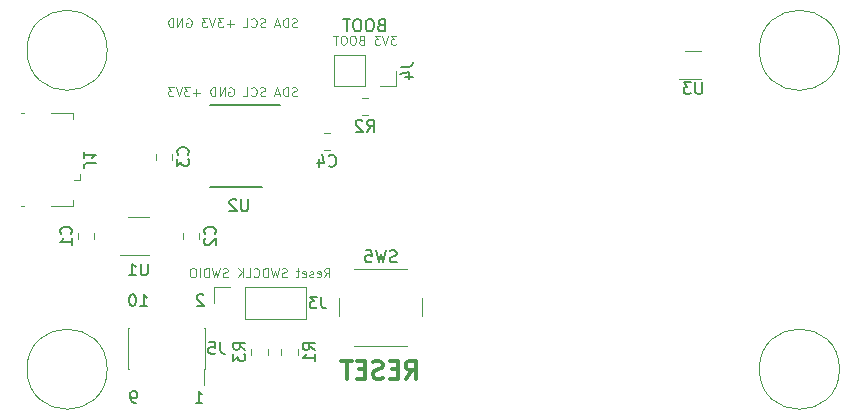
<source format=gbr>
G04 #@! TF.GenerationSoftware,KiCad,Pcbnew,(5.1.5)-3*
G04 #@! TF.CreationDate,2020-02-27T20:47:59-05:00*
G04 #@! TF.ProjectId,V-Naught_Display,562d4e61-7567-4687-945f-446973706c61,rev?*
G04 #@! TF.SameCoordinates,Original*
G04 #@! TF.FileFunction,Legend,Bot*
G04 #@! TF.FilePolarity,Positive*
%FSLAX46Y46*%
G04 Gerber Fmt 4.6, Leading zero omitted, Abs format (unit mm)*
G04 Created by KiCad (PCBNEW (5.1.5)-3) date 2020-02-27 20:47:59*
%MOMM*%
%LPD*%
G04 APERTURE LIST*
%ADD10C,0.100000*%
%ADD11C,0.120000*%
%ADD12C,0.150000*%
%ADD13C,0.300000*%
G04 APERTURE END LIST*
D10*
X118616428Y-57493571D02*
X118509285Y-57529285D01*
X118330714Y-57529285D01*
X118259285Y-57493571D01*
X118223571Y-57457857D01*
X118187857Y-57386428D01*
X118187857Y-57315000D01*
X118223571Y-57243571D01*
X118259285Y-57207857D01*
X118330714Y-57172142D01*
X118473571Y-57136428D01*
X118545000Y-57100714D01*
X118580714Y-57065000D01*
X118616428Y-56993571D01*
X118616428Y-56922142D01*
X118580714Y-56850714D01*
X118545000Y-56815000D01*
X118473571Y-56779285D01*
X118295000Y-56779285D01*
X118187857Y-56815000D01*
X117866428Y-57529285D02*
X117866428Y-56779285D01*
X117687857Y-56779285D01*
X117580714Y-56815000D01*
X117509285Y-56886428D01*
X117473571Y-56957857D01*
X117437857Y-57100714D01*
X117437857Y-57207857D01*
X117473571Y-57350714D01*
X117509285Y-57422142D01*
X117580714Y-57493571D01*
X117687857Y-57529285D01*
X117866428Y-57529285D01*
X117152142Y-57315000D02*
X116795000Y-57315000D01*
X117223571Y-57529285D02*
X116973571Y-56779285D01*
X116723571Y-57529285D01*
X115937857Y-57493571D02*
X115830714Y-57529285D01*
X115652142Y-57529285D01*
X115580714Y-57493571D01*
X115545000Y-57457857D01*
X115509285Y-57386428D01*
X115509285Y-57315000D01*
X115545000Y-57243571D01*
X115580714Y-57207857D01*
X115652142Y-57172142D01*
X115795000Y-57136428D01*
X115866428Y-57100714D01*
X115902142Y-57065000D01*
X115937857Y-56993571D01*
X115937857Y-56922142D01*
X115902142Y-56850714D01*
X115866428Y-56815000D01*
X115795000Y-56779285D01*
X115616428Y-56779285D01*
X115509285Y-56815000D01*
X114759285Y-57457857D02*
X114795000Y-57493571D01*
X114902142Y-57529285D01*
X114973571Y-57529285D01*
X115080714Y-57493571D01*
X115152142Y-57422142D01*
X115187857Y-57350714D01*
X115223571Y-57207857D01*
X115223571Y-57100714D01*
X115187857Y-56957857D01*
X115152142Y-56886428D01*
X115080714Y-56815000D01*
X114973571Y-56779285D01*
X114902142Y-56779285D01*
X114795000Y-56815000D01*
X114759285Y-56850714D01*
X114080714Y-57529285D02*
X114437857Y-57529285D01*
X114437857Y-56779285D01*
X112866428Y-56815000D02*
X112937857Y-56779285D01*
X113045000Y-56779285D01*
X113152142Y-56815000D01*
X113223571Y-56886428D01*
X113259285Y-56957857D01*
X113295000Y-57100714D01*
X113295000Y-57207857D01*
X113259285Y-57350714D01*
X113223571Y-57422142D01*
X113152142Y-57493571D01*
X113045000Y-57529285D01*
X112973571Y-57529285D01*
X112866428Y-57493571D01*
X112830714Y-57457857D01*
X112830714Y-57207857D01*
X112973571Y-57207857D01*
X112509285Y-57529285D02*
X112509285Y-56779285D01*
X112080714Y-57529285D01*
X112080714Y-56779285D01*
X111723571Y-57529285D02*
X111723571Y-56779285D01*
X111545000Y-56779285D01*
X111437857Y-56815000D01*
X111366428Y-56886428D01*
X111330714Y-56957857D01*
X111295000Y-57100714D01*
X111295000Y-57207857D01*
X111330714Y-57350714D01*
X111366428Y-57422142D01*
X111437857Y-57493571D01*
X111545000Y-57529285D01*
X111723571Y-57529285D01*
X110402142Y-57243571D02*
X109830714Y-57243571D01*
X110116428Y-57529285D02*
X110116428Y-56957857D01*
X109545000Y-56779285D02*
X109080714Y-56779285D01*
X109330714Y-57065000D01*
X109223571Y-57065000D01*
X109152142Y-57100714D01*
X109116428Y-57136428D01*
X109080714Y-57207857D01*
X109080714Y-57386428D01*
X109116428Y-57457857D01*
X109152142Y-57493571D01*
X109223571Y-57529285D01*
X109437857Y-57529285D01*
X109509285Y-57493571D01*
X109545000Y-57457857D01*
X108866428Y-56779285D02*
X108616428Y-57529285D01*
X108366428Y-56779285D01*
X108187857Y-56779285D02*
X107723571Y-56779285D01*
X107973571Y-57065000D01*
X107866428Y-57065000D01*
X107795000Y-57100714D01*
X107759285Y-57136428D01*
X107723571Y-57207857D01*
X107723571Y-57386428D01*
X107759285Y-57457857D01*
X107795000Y-57493571D01*
X107866428Y-57529285D01*
X108080714Y-57529285D01*
X108152142Y-57493571D01*
X108187857Y-57457857D01*
D11*
X164564113Y-53650000D02*
G75*
G03X164564113Y-53650000I-3394113J0D01*
G01*
X164564113Y-80650000D02*
G75*
G03X164564113Y-80650000I-3394113J0D01*
G01*
X102564113Y-80650000D02*
G75*
G03X102564113Y-80650000I-3394113J0D01*
G01*
X102564113Y-53650000D02*
G75*
G03X102564113Y-53650000I-3394113J0D01*
G01*
D12*
X110712857Y-74397619D02*
X110665238Y-74350000D01*
X110570000Y-74302380D01*
X110331904Y-74302380D01*
X110236666Y-74350000D01*
X110189047Y-74397619D01*
X110141428Y-74492857D01*
X110141428Y-74588095D01*
X110189047Y-74730952D01*
X110760476Y-75302380D01*
X110141428Y-75302380D01*
X105379523Y-75302380D02*
X105950952Y-75302380D01*
X105665238Y-75302380D02*
X105665238Y-74302380D01*
X105760476Y-74445238D01*
X105855714Y-74540476D01*
X105950952Y-74588095D01*
X104760476Y-74302380D02*
X104665238Y-74302380D01*
X104570000Y-74350000D01*
X104522380Y-74397619D01*
X104474761Y-74492857D01*
X104427142Y-74683333D01*
X104427142Y-74921428D01*
X104474761Y-75111904D01*
X104522380Y-75207142D01*
X104570000Y-75254761D01*
X104665238Y-75302380D01*
X104760476Y-75302380D01*
X104855714Y-75254761D01*
X104903333Y-75207142D01*
X104950952Y-75111904D01*
X104998571Y-74921428D01*
X104998571Y-74683333D01*
X104950952Y-74492857D01*
X104903333Y-74397619D01*
X104855714Y-74350000D01*
X104760476Y-74302380D01*
X110046190Y-83502380D02*
X110617619Y-83502380D01*
X110331904Y-83502380D02*
X110331904Y-82502380D01*
X110427142Y-82645238D01*
X110522380Y-82740476D01*
X110617619Y-82788095D01*
X104998571Y-83502380D02*
X104808095Y-83502380D01*
X104712857Y-83454761D01*
X104665238Y-83407142D01*
X104570000Y-83264285D01*
X104522380Y-83073809D01*
X104522380Y-82692857D01*
X104570000Y-82597619D01*
X104617619Y-82550000D01*
X104712857Y-82502380D01*
X104903333Y-82502380D01*
X104998571Y-82550000D01*
X105046190Y-82597619D01*
X105093809Y-82692857D01*
X105093809Y-82930952D01*
X105046190Y-83026190D01*
X104998571Y-83073809D01*
X104903333Y-83121428D01*
X104712857Y-83121428D01*
X104617619Y-83073809D01*
X104570000Y-83026190D01*
X104522380Y-82930952D01*
D10*
X118616428Y-51651571D02*
X118509285Y-51687285D01*
X118330714Y-51687285D01*
X118259285Y-51651571D01*
X118223571Y-51615857D01*
X118187857Y-51544428D01*
X118187857Y-51473000D01*
X118223571Y-51401571D01*
X118259285Y-51365857D01*
X118330714Y-51330142D01*
X118473571Y-51294428D01*
X118545000Y-51258714D01*
X118580714Y-51223000D01*
X118616428Y-51151571D01*
X118616428Y-51080142D01*
X118580714Y-51008714D01*
X118545000Y-50973000D01*
X118473571Y-50937285D01*
X118295000Y-50937285D01*
X118187857Y-50973000D01*
X117866428Y-51687285D02*
X117866428Y-50937285D01*
X117687857Y-50937285D01*
X117580714Y-50973000D01*
X117509285Y-51044428D01*
X117473571Y-51115857D01*
X117437857Y-51258714D01*
X117437857Y-51365857D01*
X117473571Y-51508714D01*
X117509285Y-51580142D01*
X117580714Y-51651571D01*
X117687857Y-51687285D01*
X117866428Y-51687285D01*
X117152142Y-51473000D02*
X116795000Y-51473000D01*
X117223571Y-51687285D02*
X116973571Y-50937285D01*
X116723571Y-51687285D01*
X115937857Y-51651571D02*
X115830714Y-51687285D01*
X115652142Y-51687285D01*
X115580714Y-51651571D01*
X115545000Y-51615857D01*
X115509285Y-51544428D01*
X115509285Y-51473000D01*
X115545000Y-51401571D01*
X115580714Y-51365857D01*
X115652142Y-51330142D01*
X115795000Y-51294428D01*
X115866428Y-51258714D01*
X115902142Y-51223000D01*
X115937857Y-51151571D01*
X115937857Y-51080142D01*
X115902142Y-51008714D01*
X115866428Y-50973000D01*
X115795000Y-50937285D01*
X115616428Y-50937285D01*
X115509285Y-50973000D01*
X114759285Y-51615857D02*
X114795000Y-51651571D01*
X114902142Y-51687285D01*
X114973571Y-51687285D01*
X115080714Y-51651571D01*
X115152142Y-51580142D01*
X115187857Y-51508714D01*
X115223571Y-51365857D01*
X115223571Y-51258714D01*
X115187857Y-51115857D01*
X115152142Y-51044428D01*
X115080714Y-50973000D01*
X114973571Y-50937285D01*
X114902142Y-50937285D01*
X114795000Y-50973000D01*
X114759285Y-51008714D01*
X114080714Y-51687285D02*
X114437857Y-51687285D01*
X114437857Y-50937285D01*
X113259285Y-51401571D02*
X112687857Y-51401571D01*
X112973571Y-51687285D02*
X112973571Y-51115857D01*
X112402142Y-50937285D02*
X111937857Y-50937285D01*
X112187857Y-51223000D01*
X112080714Y-51223000D01*
X112009285Y-51258714D01*
X111973571Y-51294428D01*
X111937857Y-51365857D01*
X111937857Y-51544428D01*
X111973571Y-51615857D01*
X112009285Y-51651571D01*
X112080714Y-51687285D01*
X112295000Y-51687285D01*
X112366428Y-51651571D01*
X112402142Y-51615857D01*
X111723571Y-50937285D02*
X111473571Y-51687285D01*
X111223571Y-50937285D01*
X111045000Y-50937285D02*
X110580714Y-50937285D01*
X110830714Y-51223000D01*
X110723571Y-51223000D01*
X110652142Y-51258714D01*
X110616428Y-51294428D01*
X110580714Y-51365857D01*
X110580714Y-51544428D01*
X110616428Y-51615857D01*
X110652142Y-51651571D01*
X110723571Y-51687285D01*
X110937857Y-51687285D01*
X111009285Y-51651571D01*
X111045000Y-51615857D01*
X109295000Y-50973000D02*
X109366428Y-50937285D01*
X109473571Y-50937285D01*
X109580714Y-50973000D01*
X109652142Y-51044428D01*
X109687857Y-51115857D01*
X109723571Y-51258714D01*
X109723571Y-51365857D01*
X109687857Y-51508714D01*
X109652142Y-51580142D01*
X109580714Y-51651571D01*
X109473571Y-51687285D01*
X109402142Y-51687285D01*
X109295000Y-51651571D01*
X109259285Y-51615857D01*
X109259285Y-51365857D01*
X109402142Y-51365857D01*
X108937857Y-51687285D02*
X108937857Y-50937285D01*
X108509285Y-51687285D01*
X108509285Y-50937285D01*
X108152142Y-51687285D02*
X108152142Y-50937285D01*
X107973571Y-50937285D01*
X107866428Y-50973000D01*
X107795000Y-51044428D01*
X107759285Y-51115857D01*
X107723571Y-51258714D01*
X107723571Y-51365857D01*
X107759285Y-51508714D01*
X107795000Y-51580142D01*
X107866428Y-51651571D01*
X107973571Y-51687285D01*
X108152142Y-51687285D01*
D13*
X127828571Y-81443571D02*
X128328571Y-80729285D01*
X128685714Y-81443571D02*
X128685714Y-79943571D01*
X128114285Y-79943571D01*
X127971428Y-80015000D01*
X127900000Y-80086428D01*
X127828571Y-80229285D01*
X127828571Y-80443571D01*
X127900000Y-80586428D01*
X127971428Y-80657857D01*
X128114285Y-80729285D01*
X128685714Y-80729285D01*
X127185714Y-80657857D02*
X126685714Y-80657857D01*
X126471428Y-81443571D02*
X127185714Y-81443571D01*
X127185714Y-79943571D01*
X126471428Y-79943571D01*
X125900000Y-81372142D02*
X125685714Y-81443571D01*
X125328571Y-81443571D01*
X125185714Y-81372142D01*
X125114285Y-81300714D01*
X125042857Y-81157857D01*
X125042857Y-81015000D01*
X125114285Y-80872142D01*
X125185714Y-80800714D01*
X125328571Y-80729285D01*
X125614285Y-80657857D01*
X125757142Y-80586428D01*
X125828571Y-80515000D01*
X125900000Y-80372142D01*
X125900000Y-80229285D01*
X125828571Y-80086428D01*
X125757142Y-80015000D01*
X125614285Y-79943571D01*
X125257142Y-79943571D01*
X125042857Y-80015000D01*
X124400000Y-80657857D02*
X123900000Y-80657857D01*
X123685714Y-81443571D02*
X124400000Y-81443571D01*
X124400000Y-79943571D01*
X123685714Y-79943571D01*
X123257142Y-79943571D02*
X122400000Y-79943571D01*
X122828571Y-81443571D02*
X122828571Y-79943571D01*
D12*
X125737142Y-51508571D02*
X125594285Y-51556190D01*
X125546666Y-51603809D01*
X125499047Y-51699047D01*
X125499047Y-51841904D01*
X125546666Y-51937142D01*
X125594285Y-51984761D01*
X125689523Y-52032380D01*
X126070476Y-52032380D01*
X126070476Y-51032380D01*
X125737142Y-51032380D01*
X125641904Y-51080000D01*
X125594285Y-51127619D01*
X125546666Y-51222857D01*
X125546666Y-51318095D01*
X125594285Y-51413333D01*
X125641904Y-51460952D01*
X125737142Y-51508571D01*
X126070476Y-51508571D01*
X124880000Y-51032380D02*
X124689523Y-51032380D01*
X124594285Y-51080000D01*
X124499047Y-51175238D01*
X124451428Y-51365714D01*
X124451428Y-51699047D01*
X124499047Y-51889523D01*
X124594285Y-51984761D01*
X124689523Y-52032380D01*
X124880000Y-52032380D01*
X124975238Y-51984761D01*
X125070476Y-51889523D01*
X125118095Y-51699047D01*
X125118095Y-51365714D01*
X125070476Y-51175238D01*
X124975238Y-51080000D01*
X124880000Y-51032380D01*
X123832380Y-51032380D02*
X123641904Y-51032380D01*
X123546666Y-51080000D01*
X123451428Y-51175238D01*
X123403809Y-51365714D01*
X123403809Y-51699047D01*
X123451428Y-51889523D01*
X123546666Y-51984761D01*
X123641904Y-52032380D01*
X123832380Y-52032380D01*
X123927619Y-51984761D01*
X124022857Y-51889523D01*
X124070476Y-51699047D01*
X124070476Y-51365714D01*
X124022857Y-51175238D01*
X123927619Y-51080000D01*
X123832380Y-51032380D01*
X123118095Y-51032380D02*
X122546666Y-51032380D01*
X122832380Y-52032380D02*
X122832380Y-51032380D01*
D10*
X127040714Y-52414285D02*
X126576428Y-52414285D01*
X126826428Y-52700000D01*
X126719285Y-52700000D01*
X126647857Y-52735714D01*
X126612142Y-52771428D01*
X126576428Y-52842857D01*
X126576428Y-53021428D01*
X126612142Y-53092857D01*
X126647857Y-53128571D01*
X126719285Y-53164285D01*
X126933571Y-53164285D01*
X127005000Y-53128571D01*
X127040714Y-53092857D01*
X126362142Y-52414285D02*
X126112142Y-53164285D01*
X125862142Y-52414285D01*
X125683571Y-52414285D02*
X125219285Y-52414285D01*
X125469285Y-52700000D01*
X125362142Y-52700000D01*
X125290714Y-52735714D01*
X125255000Y-52771428D01*
X125219285Y-52842857D01*
X125219285Y-53021428D01*
X125255000Y-53092857D01*
X125290714Y-53128571D01*
X125362142Y-53164285D01*
X125576428Y-53164285D01*
X125647857Y-53128571D01*
X125683571Y-53092857D01*
X124076428Y-52771428D02*
X123969285Y-52807142D01*
X123933571Y-52842857D01*
X123897857Y-52914285D01*
X123897857Y-53021428D01*
X123933571Y-53092857D01*
X123969285Y-53128571D01*
X124040714Y-53164285D01*
X124326428Y-53164285D01*
X124326428Y-52414285D01*
X124076428Y-52414285D01*
X124005000Y-52450000D01*
X123969285Y-52485714D01*
X123933571Y-52557142D01*
X123933571Y-52628571D01*
X123969285Y-52700000D01*
X124005000Y-52735714D01*
X124076428Y-52771428D01*
X124326428Y-52771428D01*
X123433571Y-52414285D02*
X123290714Y-52414285D01*
X123219285Y-52450000D01*
X123147857Y-52521428D01*
X123112142Y-52664285D01*
X123112142Y-52914285D01*
X123147857Y-53057142D01*
X123219285Y-53128571D01*
X123290714Y-53164285D01*
X123433571Y-53164285D01*
X123505000Y-53128571D01*
X123576428Y-53057142D01*
X123612142Y-52914285D01*
X123612142Y-52664285D01*
X123576428Y-52521428D01*
X123505000Y-52450000D01*
X123433571Y-52414285D01*
X122647857Y-52414285D02*
X122505000Y-52414285D01*
X122433571Y-52450000D01*
X122362142Y-52521428D01*
X122326428Y-52664285D01*
X122326428Y-52914285D01*
X122362142Y-53057142D01*
X122433571Y-53128571D01*
X122505000Y-53164285D01*
X122647857Y-53164285D01*
X122719285Y-53128571D01*
X122790714Y-53057142D01*
X122826428Y-52914285D01*
X122826428Y-52664285D01*
X122790714Y-52521428D01*
X122719285Y-52450000D01*
X122647857Y-52414285D01*
X122112142Y-52414285D02*
X121683571Y-52414285D01*
X121897857Y-53164285D02*
X121897857Y-52414285D01*
X120936428Y-72849285D02*
X121186428Y-72492142D01*
X121365000Y-72849285D02*
X121365000Y-72099285D01*
X121079285Y-72099285D01*
X121007857Y-72135000D01*
X120972142Y-72170714D01*
X120936428Y-72242142D01*
X120936428Y-72349285D01*
X120972142Y-72420714D01*
X121007857Y-72456428D01*
X121079285Y-72492142D01*
X121365000Y-72492142D01*
X120329285Y-72813571D02*
X120400714Y-72849285D01*
X120543571Y-72849285D01*
X120615000Y-72813571D01*
X120650714Y-72742142D01*
X120650714Y-72456428D01*
X120615000Y-72385000D01*
X120543571Y-72349285D01*
X120400714Y-72349285D01*
X120329285Y-72385000D01*
X120293571Y-72456428D01*
X120293571Y-72527857D01*
X120650714Y-72599285D01*
X120007857Y-72813571D02*
X119936428Y-72849285D01*
X119793571Y-72849285D01*
X119722142Y-72813571D01*
X119686428Y-72742142D01*
X119686428Y-72706428D01*
X119722142Y-72635000D01*
X119793571Y-72599285D01*
X119900714Y-72599285D01*
X119972142Y-72563571D01*
X120007857Y-72492142D01*
X120007857Y-72456428D01*
X119972142Y-72385000D01*
X119900714Y-72349285D01*
X119793571Y-72349285D01*
X119722142Y-72385000D01*
X119079285Y-72813571D02*
X119150714Y-72849285D01*
X119293571Y-72849285D01*
X119365000Y-72813571D01*
X119400714Y-72742142D01*
X119400714Y-72456428D01*
X119365000Y-72385000D01*
X119293571Y-72349285D01*
X119150714Y-72349285D01*
X119079285Y-72385000D01*
X119043571Y-72456428D01*
X119043571Y-72527857D01*
X119400714Y-72599285D01*
X118829285Y-72349285D02*
X118543571Y-72349285D01*
X118722142Y-72099285D02*
X118722142Y-72742142D01*
X118686428Y-72813571D01*
X118615000Y-72849285D01*
X118543571Y-72849285D01*
X117757857Y-72813571D02*
X117650714Y-72849285D01*
X117472142Y-72849285D01*
X117400714Y-72813571D01*
X117365000Y-72777857D01*
X117329285Y-72706428D01*
X117329285Y-72635000D01*
X117365000Y-72563571D01*
X117400714Y-72527857D01*
X117472142Y-72492142D01*
X117615000Y-72456428D01*
X117686428Y-72420714D01*
X117722142Y-72385000D01*
X117757857Y-72313571D01*
X117757857Y-72242142D01*
X117722142Y-72170714D01*
X117686428Y-72135000D01*
X117615000Y-72099285D01*
X117436428Y-72099285D01*
X117329285Y-72135000D01*
X117079285Y-72099285D02*
X116900714Y-72849285D01*
X116757857Y-72313571D01*
X116615000Y-72849285D01*
X116436428Y-72099285D01*
X116150714Y-72849285D02*
X116150714Y-72099285D01*
X115972142Y-72099285D01*
X115865000Y-72135000D01*
X115793571Y-72206428D01*
X115757857Y-72277857D01*
X115722142Y-72420714D01*
X115722142Y-72527857D01*
X115757857Y-72670714D01*
X115793571Y-72742142D01*
X115865000Y-72813571D01*
X115972142Y-72849285D01*
X116150714Y-72849285D01*
X114972142Y-72777857D02*
X115007857Y-72813571D01*
X115115000Y-72849285D01*
X115186428Y-72849285D01*
X115293571Y-72813571D01*
X115365000Y-72742142D01*
X115400714Y-72670714D01*
X115436428Y-72527857D01*
X115436428Y-72420714D01*
X115400714Y-72277857D01*
X115365000Y-72206428D01*
X115293571Y-72135000D01*
X115186428Y-72099285D01*
X115115000Y-72099285D01*
X115007857Y-72135000D01*
X114972142Y-72170714D01*
X114293571Y-72849285D02*
X114650714Y-72849285D01*
X114650714Y-72099285D01*
X114043571Y-72849285D02*
X114043571Y-72099285D01*
X113615000Y-72849285D02*
X113936428Y-72420714D01*
X113615000Y-72099285D02*
X114043571Y-72527857D01*
X112757857Y-72813571D02*
X112650714Y-72849285D01*
X112472142Y-72849285D01*
X112400714Y-72813571D01*
X112365000Y-72777857D01*
X112329285Y-72706428D01*
X112329285Y-72635000D01*
X112365000Y-72563571D01*
X112400714Y-72527857D01*
X112472142Y-72492142D01*
X112615000Y-72456428D01*
X112686428Y-72420714D01*
X112722142Y-72385000D01*
X112757857Y-72313571D01*
X112757857Y-72242142D01*
X112722142Y-72170714D01*
X112686428Y-72135000D01*
X112615000Y-72099285D01*
X112436428Y-72099285D01*
X112329285Y-72135000D01*
X112079285Y-72099285D02*
X111900714Y-72849285D01*
X111757857Y-72313571D01*
X111615000Y-72849285D01*
X111436428Y-72099285D01*
X111150714Y-72849285D02*
X111150714Y-72099285D01*
X110972142Y-72099285D01*
X110865000Y-72135000D01*
X110793571Y-72206428D01*
X110757857Y-72277857D01*
X110722142Y-72420714D01*
X110722142Y-72527857D01*
X110757857Y-72670714D01*
X110793571Y-72742142D01*
X110865000Y-72813571D01*
X110972142Y-72849285D01*
X111150714Y-72849285D01*
X110400714Y-72849285D02*
X110400714Y-72099285D01*
X109900714Y-72099285D02*
X109757857Y-72099285D01*
X109686428Y-72135000D01*
X109615000Y-72206428D01*
X109579285Y-72349285D01*
X109579285Y-72599285D01*
X109615000Y-72742142D01*
X109686428Y-72813571D01*
X109757857Y-72849285D01*
X109900714Y-72849285D01*
X109972142Y-72813571D01*
X110043571Y-72742142D01*
X110079285Y-72599285D01*
X110079285Y-72349285D01*
X110043571Y-72206428D01*
X109972142Y-72135000D01*
X109900714Y-72099285D01*
D11*
X104400000Y-77135000D02*
X104335000Y-77135000D01*
X104400000Y-80665000D02*
X104335000Y-80665000D01*
X110805000Y-77135000D02*
X110740000Y-77135000D01*
X110805000Y-80665000D02*
X110740000Y-80665000D01*
X110740000Y-81990000D02*
X110740000Y-80665000D01*
X104335000Y-80665000D02*
X104335000Y-77135000D01*
X110805000Y-80665000D02*
X110805000Y-77135000D01*
X152870000Y-56060000D02*
X150970000Y-56060000D01*
X151470000Y-53740000D02*
X152870000Y-53740000D01*
X122225000Y-76145000D02*
X122225000Y-74645000D01*
X123475000Y-72145000D02*
X127975000Y-72145000D01*
X129225000Y-74645000D02*
X129225000Y-76145000D01*
X127975000Y-78645000D02*
X123475000Y-78645000D01*
X114780000Y-79421078D02*
X114780000Y-78903922D01*
X116200000Y-79421078D02*
X116200000Y-78903922D01*
X124133422Y-57728000D02*
X124650578Y-57728000D01*
X124133422Y-59148000D02*
X124650578Y-59148000D01*
X117320000Y-79421078D02*
X117320000Y-78903922D01*
X118740000Y-79421078D02*
X118740000Y-78903922D01*
X126980000Y-56695000D02*
X126980000Y-55365000D01*
X125650000Y-56695000D02*
X126980000Y-56695000D01*
X124380000Y-56695000D02*
X124380000Y-54035000D01*
X124380000Y-54035000D02*
X121780000Y-54035000D01*
X124380000Y-56695000D02*
X121780000Y-56695000D01*
X121780000Y-56695000D02*
X121780000Y-54035000D01*
X111620000Y-73720000D02*
X111620000Y-75050000D01*
X112950000Y-73720000D02*
X111620000Y-73720000D01*
X114220000Y-73720000D02*
X114220000Y-76380000D01*
X114220000Y-76380000D02*
X119360000Y-76380000D01*
X114220000Y-73720000D02*
X119360000Y-73720000D01*
X119360000Y-73720000D02*
X119360000Y-76380000D01*
D12*
X115695000Y-65190000D02*
X111245000Y-65190000D01*
X117220000Y-58290000D02*
X111245000Y-58290000D01*
D11*
X104315000Y-67750000D02*
X106115000Y-67750000D01*
X106115000Y-70970000D02*
X103665000Y-70970000D01*
X100232500Y-64600000D02*
X99782500Y-64600000D01*
X100232500Y-64600000D02*
X100232500Y-64150000D01*
X99682500Y-59000000D02*
X99682500Y-59450000D01*
X97832500Y-59000000D02*
X99682500Y-59000000D01*
X95282500Y-66800000D02*
X95532500Y-66800000D01*
X95282500Y-59000000D02*
X95532500Y-59000000D01*
X97832500Y-66800000D02*
X99682500Y-66800000D01*
X99682500Y-66800000D02*
X99682500Y-66350000D01*
X120911422Y-60690000D02*
X121428578Y-60690000D01*
X120911422Y-62110000D02*
X121428578Y-62110000D01*
X106660000Y-62911078D02*
X106660000Y-62393922D01*
X108080000Y-62911078D02*
X108080000Y-62393922D01*
X108950000Y-69618578D02*
X108950000Y-69101422D01*
X110370000Y-69618578D02*
X110370000Y-69101422D01*
X101480000Y-69101422D02*
X101480000Y-69618578D01*
X100060000Y-69101422D02*
X100060000Y-69618578D01*
D12*
X112138333Y-78352380D02*
X112138333Y-79066666D01*
X112185952Y-79209523D01*
X112281190Y-79304761D01*
X112424047Y-79352380D01*
X112519285Y-79352380D01*
X111185952Y-78352380D02*
X111662142Y-78352380D01*
X111709761Y-78828571D01*
X111662142Y-78780952D01*
X111566904Y-78733333D01*
X111328809Y-78733333D01*
X111233571Y-78780952D01*
X111185952Y-78828571D01*
X111138333Y-78923809D01*
X111138333Y-79161904D01*
X111185952Y-79257142D01*
X111233571Y-79304761D01*
X111328809Y-79352380D01*
X111566904Y-79352380D01*
X111662142Y-79304761D01*
X111709761Y-79257142D01*
X152931904Y-56352380D02*
X152931904Y-57161904D01*
X152884285Y-57257142D01*
X152836666Y-57304761D01*
X152741428Y-57352380D01*
X152550952Y-57352380D01*
X152455714Y-57304761D01*
X152408095Y-57257142D01*
X152360476Y-57161904D01*
X152360476Y-56352380D01*
X151979523Y-56352380D02*
X151360476Y-56352380D01*
X151693809Y-56733333D01*
X151550952Y-56733333D01*
X151455714Y-56780952D01*
X151408095Y-56828571D01*
X151360476Y-56923809D01*
X151360476Y-57161904D01*
X151408095Y-57257142D01*
X151455714Y-57304761D01*
X151550952Y-57352380D01*
X151836666Y-57352380D01*
X151931904Y-57304761D01*
X151979523Y-57257142D01*
X127058333Y-71549761D02*
X126915476Y-71597380D01*
X126677380Y-71597380D01*
X126582142Y-71549761D01*
X126534523Y-71502142D01*
X126486904Y-71406904D01*
X126486904Y-71311666D01*
X126534523Y-71216428D01*
X126582142Y-71168809D01*
X126677380Y-71121190D01*
X126867857Y-71073571D01*
X126963095Y-71025952D01*
X127010714Y-70978333D01*
X127058333Y-70883095D01*
X127058333Y-70787857D01*
X127010714Y-70692619D01*
X126963095Y-70645000D01*
X126867857Y-70597380D01*
X126629761Y-70597380D01*
X126486904Y-70645000D01*
X126153571Y-70597380D02*
X125915476Y-71597380D01*
X125725000Y-70883095D01*
X125534523Y-71597380D01*
X125296428Y-70597380D01*
X124439285Y-70597380D02*
X124915476Y-70597380D01*
X124963095Y-71073571D01*
X124915476Y-71025952D01*
X124820238Y-70978333D01*
X124582142Y-70978333D01*
X124486904Y-71025952D01*
X124439285Y-71073571D01*
X124391666Y-71168809D01*
X124391666Y-71406904D01*
X124439285Y-71502142D01*
X124486904Y-71549761D01*
X124582142Y-71597380D01*
X124820238Y-71597380D01*
X124915476Y-71549761D01*
X124963095Y-71502142D01*
X114242380Y-78995833D02*
X113766190Y-78662500D01*
X114242380Y-78424404D02*
X113242380Y-78424404D01*
X113242380Y-78805357D01*
X113290000Y-78900595D01*
X113337619Y-78948214D01*
X113432857Y-78995833D01*
X113575714Y-78995833D01*
X113670952Y-78948214D01*
X113718571Y-78900595D01*
X113766190Y-78805357D01*
X113766190Y-78424404D01*
X113242380Y-79329166D02*
X113242380Y-79948214D01*
X113623333Y-79614880D01*
X113623333Y-79757738D01*
X113670952Y-79852976D01*
X113718571Y-79900595D01*
X113813809Y-79948214D01*
X114051904Y-79948214D01*
X114147142Y-79900595D01*
X114194761Y-79852976D01*
X114242380Y-79757738D01*
X114242380Y-79472023D01*
X114194761Y-79376785D01*
X114147142Y-79329166D01*
X124558666Y-60540380D02*
X124892000Y-60064190D01*
X125130095Y-60540380D02*
X125130095Y-59540380D01*
X124749142Y-59540380D01*
X124653904Y-59588000D01*
X124606285Y-59635619D01*
X124558666Y-59730857D01*
X124558666Y-59873714D01*
X124606285Y-59968952D01*
X124653904Y-60016571D01*
X124749142Y-60064190D01*
X125130095Y-60064190D01*
X124177714Y-59635619D02*
X124130095Y-59588000D01*
X124034857Y-59540380D01*
X123796761Y-59540380D01*
X123701523Y-59588000D01*
X123653904Y-59635619D01*
X123606285Y-59730857D01*
X123606285Y-59826095D01*
X123653904Y-59968952D01*
X124225333Y-60540380D01*
X123606285Y-60540380D01*
X120132380Y-78995833D02*
X119656190Y-78662500D01*
X120132380Y-78424404D02*
X119132380Y-78424404D01*
X119132380Y-78805357D01*
X119180000Y-78900595D01*
X119227619Y-78948214D01*
X119322857Y-78995833D01*
X119465714Y-78995833D01*
X119560952Y-78948214D01*
X119608571Y-78900595D01*
X119656190Y-78805357D01*
X119656190Y-78424404D01*
X120132380Y-79948214D02*
X120132380Y-79376785D01*
X120132380Y-79662500D02*
X119132380Y-79662500D01*
X119275238Y-79567261D01*
X119370476Y-79472023D01*
X119418095Y-79376785D01*
X127432380Y-55031666D02*
X128146666Y-55031666D01*
X128289523Y-54984047D01*
X128384761Y-54888809D01*
X128432380Y-54745952D01*
X128432380Y-54650714D01*
X127765714Y-55936428D02*
X128432380Y-55936428D01*
X127384761Y-55698333D02*
X128099047Y-55460238D01*
X128099047Y-56079285D01*
X120703333Y-74502380D02*
X120703333Y-75216666D01*
X120750952Y-75359523D01*
X120846190Y-75454761D01*
X120989047Y-75502380D01*
X121084285Y-75502380D01*
X120322380Y-74502380D02*
X119703333Y-74502380D01*
X120036666Y-74883333D01*
X119893809Y-74883333D01*
X119798571Y-74930952D01*
X119750952Y-74978571D01*
X119703333Y-75073809D01*
X119703333Y-75311904D01*
X119750952Y-75407142D01*
X119798571Y-75454761D01*
X119893809Y-75502380D01*
X120179523Y-75502380D01*
X120274761Y-75454761D01*
X120322380Y-75407142D01*
X114485904Y-66272380D02*
X114485904Y-67081904D01*
X114438285Y-67177142D01*
X114390666Y-67224761D01*
X114295428Y-67272380D01*
X114104952Y-67272380D01*
X114009714Y-67224761D01*
X113962095Y-67177142D01*
X113914476Y-67081904D01*
X113914476Y-66272380D01*
X113485904Y-66367619D02*
X113438285Y-66320000D01*
X113343047Y-66272380D01*
X113104952Y-66272380D01*
X113009714Y-66320000D01*
X112962095Y-66367619D01*
X112914476Y-66462857D01*
X112914476Y-66558095D01*
X112962095Y-66700952D01*
X113533523Y-67272380D01*
X112914476Y-67272380D01*
X105976904Y-71712380D02*
X105976904Y-72521904D01*
X105929285Y-72617142D01*
X105881666Y-72664761D01*
X105786428Y-72712380D01*
X105595952Y-72712380D01*
X105500714Y-72664761D01*
X105453095Y-72617142D01*
X105405476Y-72521904D01*
X105405476Y-71712380D01*
X104405476Y-72712380D02*
X104976904Y-72712380D01*
X104691190Y-72712380D02*
X104691190Y-71712380D01*
X104786428Y-71855238D01*
X104881666Y-71950476D01*
X104976904Y-71998095D01*
X101580119Y-63233333D02*
X100865833Y-63233333D01*
X100722976Y-63280952D01*
X100627738Y-63376190D01*
X100580119Y-63519047D01*
X100580119Y-63614285D01*
X100580119Y-62233333D02*
X100580119Y-62804761D01*
X100580119Y-62519047D02*
X101580119Y-62519047D01*
X101437261Y-62614285D01*
X101342023Y-62709523D01*
X101294404Y-62804761D01*
X121336666Y-63407142D02*
X121384285Y-63454761D01*
X121527142Y-63502380D01*
X121622380Y-63502380D01*
X121765238Y-63454761D01*
X121860476Y-63359523D01*
X121908095Y-63264285D01*
X121955714Y-63073809D01*
X121955714Y-62930952D01*
X121908095Y-62740476D01*
X121860476Y-62645238D01*
X121765238Y-62550000D01*
X121622380Y-62502380D01*
X121527142Y-62502380D01*
X121384285Y-62550000D01*
X121336666Y-62597619D01*
X120479523Y-62835714D02*
X120479523Y-63502380D01*
X120717619Y-62454761D02*
X120955714Y-63169047D01*
X120336666Y-63169047D01*
X109377142Y-62485833D02*
X109424761Y-62438214D01*
X109472380Y-62295357D01*
X109472380Y-62200119D01*
X109424761Y-62057261D01*
X109329523Y-61962023D01*
X109234285Y-61914404D01*
X109043809Y-61866785D01*
X108900952Y-61866785D01*
X108710476Y-61914404D01*
X108615238Y-61962023D01*
X108520000Y-62057261D01*
X108472380Y-62200119D01*
X108472380Y-62295357D01*
X108520000Y-62438214D01*
X108567619Y-62485833D01*
X108472380Y-62819166D02*
X108472380Y-63438214D01*
X108853333Y-63104880D01*
X108853333Y-63247738D01*
X108900952Y-63342976D01*
X108948571Y-63390595D01*
X109043809Y-63438214D01*
X109281904Y-63438214D01*
X109377142Y-63390595D01*
X109424761Y-63342976D01*
X109472380Y-63247738D01*
X109472380Y-62962023D01*
X109424761Y-62866785D01*
X109377142Y-62819166D01*
X111667142Y-69193333D02*
X111714761Y-69145714D01*
X111762380Y-69002857D01*
X111762380Y-68907619D01*
X111714761Y-68764761D01*
X111619523Y-68669523D01*
X111524285Y-68621904D01*
X111333809Y-68574285D01*
X111190952Y-68574285D01*
X111000476Y-68621904D01*
X110905238Y-68669523D01*
X110810000Y-68764761D01*
X110762380Y-68907619D01*
X110762380Y-69002857D01*
X110810000Y-69145714D01*
X110857619Y-69193333D01*
X110857619Y-69574285D02*
X110810000Y-69621904D01*
X110762380Y-69717142D01*
X110762380Y-69955238D01*
X110810000Y-70050476D01*
X110857619Y-70098095D01*
X110952857Y-70145714D01*
X111048095Y-70145714D01*
X111190952Y-70098095D01*
X111762380Y-69526666D01*
X111762380Y-70145714D01*
X99477142Y-69193333D02*
X99524761Y-69145714D01*
X99572380Y-69002857D01*
X99572380Y-68907619D01*
X99524761Y-68764761D01*
X99429523Y-68669523D01*
X99334285Y-68621904D01*
X99143809Y-68574285D01*
X99000952Y-68574285D01*
X98810476Y-68621904D01*
X98715238Y-68669523D01*
X98620000Y-68764761D01*
X98572380Y-68907619D01*
X98572380Y-69002857D01*
X98620000Y-69145714D01*
X98667619Y-69193333D01*
X99572380Y-70145714D02*
X99572380Y-69574285D01*
X99572380Y-69860000D02*
X98572380Y-69860000D01*
X98715238Y-69764761D01*
X98810476Y-69669523D01*
X98858095Y-69574285D01*
M02*

</source>
